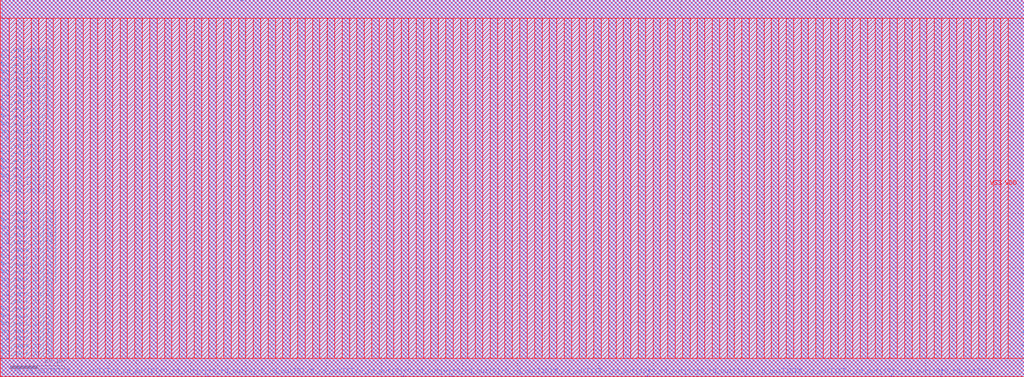
<source format=lef>
VERSION 5.7 ;
BUSBITCHARS "[]" ;
MACRO fakeram_20x64_1r1w
  FOREIGN fakeram_20x64_1r1w 0 0 ;
  SYMMETRY X Y R90 ;
  SIZE 376.280 BY 138.720 ;
  CLASS BLOCK ;
  PIN w0_mask_in[0]
    DIRECTION INPUT ;
    USE SIGNAL ;
    SHAPE ABUTMENT ;
    PORT
      LAYER met3 ;
      RECT 0.000 6.650 0.800 6.950 ;
    END
  END w0_mask_in[0]
  PIN w0_mask_in[1]
    DIRECTION INPUT ;
    USE SIGNAL ;
    SHAPE ABUTMENT ;
    PORT
      LAYER met3 ;
      RECT 0.000 9.370 0.800 9.670 ;
    END
  END w0_mask_in[1]
  PIN w0_mask_in[2]
    DIRECTION INPUT ;
    USE SIGNAL ;
    SHAPE ABUTMENT ;
    PORT
      LAYER met3 ;
      RECT 0.000 12.090 0.800 12.390 ;
    END
  END w0_mask_in[2]
  PIN w0_mask_in[3]
    DIRECTION INPUT ;
    USE SIGNAL ;
    SHAPE ABUTMENT ;
    PORT
      LAYER met3 ;
      RECT 0.000 14.810 0.800 15.110 ;
    END
  END w0_mask_in[3]
  PIN w0_mask_in[4]
    DIRECTION INPUT ;
    USE SIGNAL ;
    SHAPE ABUTMENT ;
    PORT
      LAYER met3 ;
      RECT 0.000 17.530 0.800 17.830 ;
    END
  END w0_mask_in[4]
  PIN w0_mask_in[5]
    DIRECTION INPUT ;
    USE SIGNAL ;
    SHAPE ABUTMENT ;
    PORT
      LAYER met3 ;
      RECT 0.000 20.250 0.800 20.550 ;
    END
  END w0_mask_in[5]
  PIN w0_mask_in[6]
    DIRECTION INPUT ;
    USE SIGNAL ;
    SHAPE ABUTMENT ;
    PORT
      LAYER met3 ;
      RECT 0.000 22.970 0.800 23.270 ;
    END
  END w0_mask_in[6]
  PIN w0_mask_in[7]
    DIRECTION INPUT ;
    USE SIGNAL ;
    SHAPE ABUTMENT ;
    PORT
      LAYER met3 ;
      RECT 0.000 25.690 0.800 25.990 ;
    END
  END w0_mask_in[7]
  PIN w0_mask_in[8]
    DIRECTION INPUT ;
    USE SIGNAL ;
    SHAPE ABUTMENT ;
    PORT
      LAYER met3 ;
      RECT 0.000 28.410 0.800 28.710 ;
    END
  END w0_mask_in[8]
  PIN w0_mask_in[9]
    DIRECTION INPUT ;
    USE SIGNAL ;
    SHAPE ABUTMENT ;
    PORT
      LAYER met3 ;
      RECT 0.000 31.130 0.800 31.430 ;
    END
  END w0_mask_in[9]
  PIN w0_mask_in[10]
    DIRECTION INPUT ;
    USE SIGNAL ;
    SHAPE ABUTMENT ;
    PORT
      LAYER met3 ;
      RECT 0.000 33.850 0.800 34.150 ;
    END
  END w0_mask_in[10]
  PIN w0_mask_in[11]
    DIRECTION INPUT ;
    USE SIGNAL ;
    SHAPE ABUTMENT ;
    PORT
      LAYER met3 ;
      RECT 0.000 36.570 0.800 36.870 ;
    END
  END w0_mask_in[11]
  PIN w0_mask_in[12]
    DIRECTION INPUT ;
    USE SIGNAL ;
    SHAPE ABUTMENT ;
    PORT
      LAYER met3 ;
      RECT 0.000 39.290 0.800 39.590 ;
    END
  END w0_mask_in[12]
  PIN w0_mask_in[13]
    DIRECTION INPUT ;
    USE SIGNAL ;
    SHAPE ABUTMENT ;
    PORT
      LAYER met3 ;
      RECT 0.000 42.010 0.800 42.310 ;
    END
  END w0_mask_in[13]
  PIN w0_mask_in[14]
    DIRECTION INPUT ;
    USE SIGNAL ;
    SHAPE ABUTMENT ;
    PORT
      LAYER met3 ;
      RECT 0.000 44.730 0.800 45.030 ;
    END
  END w0_mask_in[14]
  PIN w0_mask_in[15]
    DIRECTION INPUT ;
    USE SIGNAL ;
    SHAPE ABUTMENT ;
    PORT
      LAYER met3 ;
      RECT 0.000 47.450 0.800 47.750 ;
    END
  END w0_mask_in[15]
  PIN w0_mask_in[16]
    DIRECTION INPUT ;
    USE SIGNAL ;
    SHAPE ABUTMENT ;
    PORT
      LAYER met3 ;
      RECT 0.000 50.170 0.800 50.470 ;
    END
  END w0_mask_in[16]
  PIN w0_mask_in[17]
    DIRECTION INPUT ;
    USE SIGNAL ;
    SHAPE ABUTMENT ;
    PORT
      LAYER met3 ;
      RECT 0.000 52.890 0.800 53.190 ;
    END
  END w0_mask_in[17]
  PIN w0_mask_in[18]
    DIRECTION INPUT ;
    USE SIGNAL ;
    SHAPE ABUTMENT ;
    PORT
      LAYER met3 ;
      RECT 0.000 55.610 0.800 55.910 ;
    END
  END w0_mask_in[18]
  PIN w0_mask_in[19]
    DIRECTION INPUT ;
    USE SIGNAL ;
    SHAPE ABUTMENT ;
    PORT
      LAYER met3 ;
      RECT 0.000 58.330 0.800 58.630 ;
    END
  END w0_mask_in[19]
  PIN w0_wd_in[0]
    DIRECTION INPUT ;
    USE SIGNAL ;
    SHAPE ABUTMENT ;
    PORT
      LAYER met3 ;
      RECT 0.000 66.490 0.800 66.790 ;
    END
  END w0_wd_in[0]
  PIN w0_wd_in[1]
    DIRECTION INPUT ;
    USE SIGNAL ;
    SHAPE ABUTMENT ;
    PORT
      LAYER met3 ;
      RECT 0.000 69.210 0.800 69.510 ;
    END
  END w0_wd_in[1]
  PIN w0_wd_in[2]
    DIRECTION INPUT ;
    USE SIGNAL ;
    SHAPE ABUTMENT ;
    PORT
      LAYER met3 ;
      RECT 0.000 71.930 0.800 72.230 ;
    END
  END w0_wd_in[2]
  PIN w0_wd_in[3]
    DIRECTION INPUT ;
    USE SIGNAL ;
    SHAPE ABUTMENT ;
    PORT
      LAYER met3 ;
      RECT 0.000 74.650 0.800 74.950 ;
    END
  END w0_wd_in[3]
  PIN w0_wd_in[4]
    DIRECTION INPUT ;
    USE SIGNAL ;
    SHAPE ABUTMENT ;
    PORT
      LAYER met3 ;
      RECT 0.000 77.370 0.800 77.670 ;
    END
  END w0_wd_in[4]
  PIN w0_wd_in[5]
    DIRECTION INPUT ;
    USE SIGNAL ;
    SHAPE ABUTMENT ;
    PORT
      LAYER met3 ;
      RECT 0.000 80.090 0.800 80.390 ;
    END
  END w0_wd_in[5]
  PIN w0_wd_in[6]
    DIRECTION INPUT ;
    USE SIGNAL ;
    SHAPE ABUTMENT ;
    PORT
      LAYER met3 ;
      RECT 0.000 82.810 0.800 83.110 ;
    END
  END w0_wd_in[6]
  PIN w0_wd_in[7]
    DIRECTION INPUT ;
    USE SIGNAL ;
    SHAPE ABUTMENT ;
    PORT
      LAYER met3 ;
      RECT 0.000 85.530 0.800 85.830 ;
    END
  END w0_wd_in[7]
  PIN w0_wd_in[8]
    DIRECTION INPUT ;
    USE SIGNAL ;
    SHAPE ABUTMENT ;
    PORT
      LAYER met3 ;
      RECT 0.000 88.250 0.800 88.550 ;
    END
  END w0_wd_in[8]
  PIN w0_wd_in[9]
    DIRECTION INPUT ;
    USE SIGNAL ;
    SHAPE ABUTMENT ;
    PORT
      LAYER met3 ;
      RECT 0.000 90.970 0.800 91.270 ;
    END
  END w0_wd_in[9]
  PIN w0_wd_in[10]
    DIRECTION INPUT ;
    USE SIGNAL ;
    SHAPE ABUTMENT ;
    PORT
      LAYER met3 ;
      RECT 0.000 93.690 0.800 93.990 ;
    END
  END w0_wd_in[10]
  PIN w0_wd_in[11]
    DIRECTION INPUT ;
    USE SIGNAL ;
    SHAPE ABUTMENT ;
    PORT
      LAYER met3 ;
      RECT 0.000 96.410 0.800 96.710 ;
    END
  END w0_wd_in[11]
  PIN w0_wd_in[12]
    DIRECTION INPUT ;
    USE SIGNAL ;
    SHAPE ABUTMENT ;
    PORT
      LAYER met3 ;
      RECT 0.000 99.130 0.800 99.430 ;
    END
  END w0_wd_in[12]
  PIN w0_wd_in[13]
    DIRECTION INPUT ;
    USE SIGNAL ;
    SHAPE ABUTMENT ;
    PORT
      LAYER met3 ;
      RECT 0.000 101.850 0.800 102.150 ;
    END
  END w0_wd_in[13]
  PIN w0_wd_in[14]
    DIRECTION INPUT ;
    USE SIGNAL ;
    SHAPE ABUTMENT ;
    PORT
      LAYER met3 ;
      RECT 0.000 104.570 0.800 104.870 ;
    END
  END w0_wd_in[14]
  PIN w0_wd_in[15]
    DIRECTION INPUT ;
    USE SIGNAL ;
    SHAPE ABUTMENT ;
    PORT
      LAYER met3 ;
      RECT 0.000 107.290 0.800 107.590 ;
    END
  END w0_wd_in[15]
  PIN w0_wd_in[16]
    DIRECTION INPUT ;
    USE SIGNAL ;
    SHAPE ABUTMENT ;
    PORT
      LAYER met3 ;
      RECT 0.000 110.010 0.800 110.310 ;
    END
  END w0_wd_in[16]
  PIN w0_wd_in[17]
    DIRECTION INPUT ;
    USE SIGNAL ;
    SHAPE ABUTMENT ;
    PORT
      LAYER met3 ;
      RECT 0.000 112.730 0.800 113.030 ;
    END
  END w0_wd_in[17]
  PIN w0_wd_in[18]
    DIRECTION INPUT ;
    USE SIGNAL ;
    SHAPE ABUTMENT ;
    PORT
      LAYER met3 ;
      RECT 0.000 115.450 0.800 115.750 ;
    END
  END w0_wd_in[18]
  PIN w0_wd_in[19]
    DIRECTION INPUT ;
    USE SIGNAL ;
    SHAPE ABUTMENT ;
    PORT
      LAYER met3 ;
      RECT 0.000 118.170 0.800 118.470 ;
    END
  END w0_wd_in[19]
  PIN r0_rd_out[0]
    DIRECTION OUTPUT ;
    USE SIGNAL ;
    SHAPE ABUTMENT ;
    PORT
      LAYER met2 ;
      RECT 4.530 0.000 4.670 0.350 ;
    END
  END r0_rd_out[0]
  PIN r0_rd_out[1]
    DIRECTION OUTPUT ;
    USE SIGNAL ;
    SHAPE ABUTMENT ;
    PORT
      LAYER met2 ;
      RECT 22.470 0.000 22.610 0.350 ;
    END
  END r0_rd_out[1]
  PIN r0_rd_out[2]
    DIRECTION OUTPUT ;
    USE SIGNAL ;
    SHAPE ABUTMENT ;
    PORT
      LAYER met2 ;
      RECT 40.410 0.000 40.550 0.350 ;
    END
  END r0_rd_out[2]
  PIN r0_rd_out[3]
    DIRECTION OUTPUT ;
    USE SIGNAL ;
    SHAPE ABUTMENT ;
    PORT
      LAYER met2 ;
      RECT 58.350 0.000 58.490 0.350 ;
    END
  END r0_rd_out[3]
  PIN r0_rd_out[4]
    DIRECTION OUTPUT ;
    USE SIGNAL ;
    SHAPE ABUTMENT ;
    PORT
      LAYER met2 ;
      RECT 76.290 0.000 76.430 0.350 ;
    END
  END r0_rd_out[4]
  PIN r0_rd_out[5]
    DIRECTION OUTPUT ;
    USE SIGNAL ;
    SHAPE ABUTMENT ;
    PORT
      LAYER met2 ;
      RECT 94.230 0.000 94.370 0.350 ;
    END
  END r0_rd_out[5]
  PIN r0_rd_out[6]
    DIRECTION OUTPUT ;
    USE SIGNAL ;
    SHAPE ABUTMENT ;
    PORT
      LAYER met2 ;
      RECT 112.170 0.000 112.310 0.350 ;
    END
  END r0_rd_out[6]
  PIN r0_rd_out[7]
    DIRECTION OUTPUT ;
    USE SIGNAL ;
    SHAPE ABUTMENT ;
    PORT
      LAYER met2 ;
      RECT 130.110 0.000 130.250 0.350 ;
    END
  END r0_rd_out[7]
  PIN r0_rd_out[8]
    DIRECTION OUTPUT ;
    USE SIGNAL ;
    SHAPE ABUTMENT ;
    PORT
      LAYER met2 ;
      RECT 148.050 0.000 148.190 0.350 ;
    END
  END r0_rd_out[8]
  PIN r0_rd_out[9]
    DIRECTION OUTPUT ;
    USE SIGNAL ;
    SHAPE ABUTMENT ;
    PORT
      LAYER met2 ;
      RECT 165.990 0.000 166.130 0.350 ;
    END
  END r0_rd_out[9]
  PIN r0_rd_out[10]
    DIRECTION OUTPUT ;
    USE SIGNAL ;
    SHAPE ABUTMENT ;
    PORT
      LAYER met2 ;
      RECT 183.930 0.000 184.070 0.350 ;
    END
  END r0_rd_out[10]
  PIN r0_rd_out[11]
    DIRECTION OUTPUT ;
    USE SIGNAL ;
    SHAPE ABUTMENT ;
    PORT
      LAYER met2 ;
      RECT 201.870 0.000 202.010 0.350 ;
    END
  END r0_rd_out[11]
  PIN r0_rd_out[12]
    DIRECTION OUTPUT ;
    USE SIGNAL ;
    SHAPE ABUTMENT ;
    PORT
      LAYER met2 ;
      RECT 219.810 0.000 219.950 0.350 ;
    END
  END r0_rd_out[12]
  PIN r0_rd_out[13]
    DIRECTION OUTPUT ;
    USE SIGNAL ;
    SHAPE ABUTMENT ;
    PORT
      LAYER met2 ;
      RECT 237.750 0.000 237.890 0.350 ;
    END
  END r0_rd_out[13]
  PIN r0_rd_out[14]
    DIRECTION OUTPUT ;
    USE SIGNAL ;
    SHAPE ABUTMENT ;
    PORT
      LAYER met2 ;
      RECT 255.690 0.000 255.830 0.350 ;
    END
  END r0_rd_out[14]
  PIN r0_rd_out[15]
    DIRECTION OUTPUT ;
    USE SIGNAL ;
    SHAPE ABUTMENT ;
    PORT
      LAYER met2 ;
      RECT 273.630 0.000 273.770 0.350 ;
    END
  END r0_rd_out[15]
  PIN r0_rd_out[16]
    DIRECTION OUTPUT ;
    USE SIGNAL ;
    SHAPE ABUTMENT ;
    PORT
      LAYER met2 ;
      RECT 291.570 0.000 291.710 0.350 ;
    END
  END r0_rd_out[16]
  PIN r0_rd_out[17]
    DIRECTION OUTPUT ;
    USE SIGNAL ;
    SHAPE ABUTMENT ;
    PORT
      LAYER met2 ;
      RECT 309.510 0.000 309.650 0.350 ;
    END
  END r0_rd_out[17]
  PIN r0_rd_out[18]
    DIRECTION OUTPUT ;
    USE SIGNAL ;
    SHAPE ABUTMENT ;
    PORT
      LAYER met2 ;
      RECT 327.450 0.000 327.590 0.350 ;
    END
  END r0_rd_out[18]
  PIN r0_rd_out[19]
    DIRECTION OUTPUT ;
    USE SIGNAL ;
    SHAPE ABUTMENT ;
    PORT
      LAYER met2 ;
      RECT 345.390 0.000 345.530 0.350 ;
    END
  END r0_rd_out[19]
  PIN w0_addr_in[0]
    DIRECTION INPUT ;
    USE SIGNAL ;
    SHAPE ABUTMENT ;
    PORT
      LAYER met3 ;
      RECT 375.480 6.650 376.280 6.950 ;
    END
  END w0_addr_in[0]
  PIN w0_addr_in[1]
    DIRECTION INPUT ;
    USE SIGNAL ;
    SHAPE ABUTMENT ;
    PORT
      LAYER met3 ;
      RECT 375.480 11.410 376.280 11.710 ;
    END
  END w0_addr_in[1]
  PIN w0_addr_in[2]
    DIRECTION INPUT ;
    USE SIGNAL ;
    SHAPE ABUTMENT ;
    PORT
      LAYER met3 ;
      RECT 375.480 16.170 376.280 16.470 ;
    END
  END w0_addr_in[2]
  PIN w0_addr_in[3]
    DIRECTION INPUT ;
    USE SIGNAL ;
    SHAPE ABUTMENT ;
    PORT
      LAYER met3 ;
      RECT 375.480 20.930 376.280 21.230 ;
    END
  END w0_addr_in[3]
  PIN w0_addr_in[4]
    DIRECTION INPUT ;
    USE SIGNAL ;
    SHAPE ABUTMENT ;
    PORT
      LAYER met3 ;
      RECT 375.480 25.690 376.280 25.990 ;
    END
  END w0_addr_in[4]
  PIN w0_addr_in[5]
    DIRECTION INPUT ;
    USE SIGNAL ;
    SHAPE ABUTMENT ;
    PORT
      LAYER met3 ;
      RECT 375.480 30.450 376.280 30.750 ;
    END
  END w0_addr_in[5]
  PIN r0_addr_in[0]
    DIRECTION INPUT ;
    USE SIGNAL ;
    SHAPE ABUTMENT ;
    PORT
      LAYER met2 ;
      RECT 4.530 138.370 4.670 138.720 ;
    END
  END r0_addr_in[0]
  PIN r0_addr_in[1]
    DIRECTION INPUT ;
    USE SIGNAL ;
    SHAPE ABUTMENT ;
    PORT
      LAYER met2 ;
      RECT 21.090 138.370 21.230 138.720 ;
    END
  END r0_addr_in[1]
  PIN r0_addr_in[2]
    DIRECTION INPUT ;
    USE SIGNAL ;
    SHAPE ABUTMENT ;
    PORT
      LAYER met2 ;
      RECT 37.650 138.370 37.790 138.720 ;
    END
  END r0_addr_in[2]
  PIN r0_addr_in[3]
    DIRECTION INPUT ;
    USE SIGNAL ;
    SHAPE ABUTMENT ;
    PORT
      LAYER met2 ;
      RECT 54.210 138.370 54.350 138.720 ;
    END
  END r0_addr_in[3]
  PIN r0_addr_in[4]
    DIRECTION INPUT ;
    USE SIGNAL ;
    SHAPE ABUTMENT ;
    PORT
      LAYER met2 ;
      RECT 70.770 138.370 70.910 138.720 ;
    END
  END r0_addr_in[4]
  PIN r0_addr_in[5]
    DIRECTION INPUT ;
    USE SIGNAL ;
    SHAPE ABUTMENT ;
    PORT
      LAYER met2 ;
      RECT 87.330 138.370 87.470 138.720 ;
    END
  END r0_addr_in[5]
  PIN w0_we_in
    DIRECTION INPUT ;
    USE SIGNAL ;
    SHAPE ABUTMENT ;
    PORT
      LAYER met3 ;
      RECT 375.480 37.930 376.280 38.230 ;
    END
  END w0_we_in
  PIN w0_ce_in
    DIRECTION INPUT ;
    USE SIGNAL ;
    SHAPE ABUTMENT ;
    PORT
      LAYER met3 ;
      RECT 375.480 45.410 376.280 45.710 ;
    END
  END w0_ce_in
  PIN w0_clk
    DIRECTION INPUT ;
    USE SIGNAL ;
    SHAPE ABUTMENT ;
    PORT
      LAYER met3 ;
      RECT 375.480 52.890 376.280 53.190 ;
    END
  END w0_clk
  PIN r0_ce_in
    DIRECTION INPUT ;
    USE SIGNAL ;
    SHAPE ABUTMENT ;
    PORT
      LAYER met2 ;
      RECT 88.250 138.370 88.390 138.720 ;
    END
  END r0_ce_in
  PIN r0_clk
    DIRECTION INPUT ;
    USE SIGNAL ;
    SHAPE ABUTMENT ;
    PORT
      LAYER met2 ;
      RECT 89.170 138.370 89.310 138.720 ;
    END
  END r0_clk
  PIN VSS
    DIRECTION INOUT ;
    USE GROUND ;
    PORT
      LAYER met4 ;
      RECT 3.240 6.800 5.960 131.920 ;
      RECT 14.120 6.800 16.840 131.920 ;
      RECT 25.000 6.800 27.720 131.920 ;
      RECT 35.880 6.800 38.600 131.920 ;
      RECT 46.760 6.800 49.480 131.920 ;
      RECT 57.640 6.800 60.360 131.920 ;
      RECT 68.520 6.800 71.240 131.920 ;
      RECT 79.400 6.800 82.120 131.920 ;
      RECT 90.280 6.800 93.000 131.920 ;
      RECT 101.160 6.800 103.880 131.920 ;
      RECT 112.040 6.800 114.760 131.920 ;
      RECT 122.920 6.800 125.640 131.920 ;
      RECT 133.800 6.800 136.520 131.920 ;
      RECT 144.680 6.800 147.400 131.920 ;
      RECT 155.560 6.800 158.280 131.920 ;
      RECT 166.440 6.800 169.160 131.920 ;
      RECT 177.320 6.800 180.040 131.920 ;
      RECT 188.200 6.800 190.920 131.920 ;
      RECT 199.080 6.800 201.800 131.920 ;
      RECT 209.960 6.800 212.680 131.920 ;
      RECT 220.840 6.800 223.560 131.920 ;
      RECT 231.720 6.800 234.440 131.920 ;
      RECT 242.600 6.800 245.320 131.920 ;
      RECT 253.480 6.800 256.200 131.920 ;
      RECT 264.360 6.800 267.080 131.920 ;
      RECT 275.240 6.800 277.960 131.920 ;
      RECT 286.120 6.800 288.840 131.920 ;
      RECT 297.000 6.800 299.720 131.920 ;
      RECT 307.880 6.800 310.600 131.920 ;
      RECT 318.760 6.800 321.480 131.920 ;
      RECT 329.640 6.800 332.360 131.920 ;
      RECT 340.520 6.800 343.240 131.920 ;
      RECT 351.400 6.800 354.120 131.920 ;
      RECT 362.280 6.800 365.000 131.920 ;
    END
  END VSS
  PIN VDD
    DIRECTION INOUT ;
    USE POWER ;
    PORT
      LAYER met4 ;
      RECT 8.680 6.800 11.400 131.920 ;
      RECT 19.560 6.800 22.280 131.920 ;
      RECT 30.440 6.800 33.160 131.920 ;
      RECT 41.320 6.800 44.040 131.920 ;
      RECT 52.200 6.800 54.920 131.920 ;
      RECT 63.080 6.800 65.800 131.920 ;
      RECT 73.960 6.800 76.680 131.920 ;
      RECT 84.840 6.800 87.560 131.920 ;
      RECT 95.720 6.800 98.440 131.920 ;
      RECT 106.600 6.800 109.320 131.920 ;
      RECT 117.480 6.800 120.200 131.920 ;
      RECT 128.360 6.800 131.080 131.920 ;
      RECT 139.240 6.800 141.960 131.920 ;
      RECT 150.120 6.800 152.840 131.920 ;
      RECT 161.000 6.800 163.720 131.920 ;
      RECT 171.880 6.800 174.600 131.920 ;
      RECT 182.760 6.800 185.480 131.920 ;
      RECT 193.640 6.800 196.360 131.920 ;
      RECT 204.520 6.800 207.240 131.920 ;
      RECT 215.400 6.800 218.120 131.920 ;
      RECT 226.280 6.800 229.000 131.920 ;
      RECT 237.160 6.800 239.880 131.920 ;
      RECT 248.040 6.800 250.760 131.920 ;
      RECT 258.920 6.800 261.640 131.920 ;
      RECT 269.800 6.800 272.520 131.920 ;
      RECT 280.680 6.800 283.400 131.920 ;
      RECT 291.560 6.800 294.280 131.920 ;
      RECT 302.440 6.800 305.160 131.920 ;
      RECT 313.320 6.800 316.040 131.920 ;
      RECT 324.200 6.800 326.920 131.920 ;
      RECT 335.080 6.800 337.800 131.920 ;
      RECT 345.960 6.800 348.680 131.920 ;
      RECT 356.840 6.800 359.560 131.920 ;
      RECT 367.720 6.800 370.440 131.920 ;
    END
  END VDD
  OBS
    LAYER met1 ;
    RECT 0 0 376.280 138.720 ;
    LAYER met2 ;
    RECT 0 0 376.280 138.720 ;
    LAYER met3 ;
    RECT 0.800 0 376.280 138.720 ;
    LAYER met4 ;
    RECT 0 0 376.280 6.800 ;
    RECT 0 131.920 376.280 138.720 ;
    RECT 0.000 6.800 3.240 131.920 ;
    RECT 5.960 6.800 8.680 131.920 ;
    RECT 11.400 6.800 14.120 131.920 ;
    RECT 16.840 6.800 19.560 131.920 ;
    RECT 22.280 6.800 25.000 131.920 ;
    RECT 27.720 6.800 30.440 131.920 ;
    RECT 33.160 6.800 35.880 131.920 ;
    RECT 38.600 6.800 41.320 131.920 ;
    RECT 44.040 6.800 46.760 131.920 ;
    RECT 49.480 6.800 52.200 131.920 ;
    RECT 54.920 6.800 57.640 131.920 ;
    RECT 60.360 6.800 63.080 131.920 ;
    RECT 65.800 6.800 68.520 131.920 ;
    RECT 71.240 6.800 73.960 131.920 ;
    RECT 76.680 6.800 79.400 131.920 ;
    RECT 82.120 6.800 84.840 131.920 ;
    RECT 87.560 6.800 90.280 131.920 ;
    RECT 93.000 6.800 95.720 131.920 ;
    RECT 98.440 6.800 101.160 131.920 ;
    RECT 103.880 6.800 106.600 131.920 ;
    RECT 109.320 6.800 112.040 131.920 ;
    RECT 114.760 6.800 117.480 131.920 ;
    RECT 120.200 6.800 122.920 131.920 ;
    RECT 125.640 6.800 128.360 131.920 ;
    RECT 131.080 6.800 133.800 131.920 ;
    RECT 136.520 6.800 139.240 131.920 ;
    RECT 141.960 6.800 144.680 131.920 ;
    RECT 147.400 6.800 150.120 131.920 ;
    RECT 152.840 6.800 155.560 131.920 ;
    RECT 158.280 6.800 161.000 131.920 ;
    RECT 163.720 6.800 166.440 131.920 ;
    RECT 169.160 6.800 171.880 131.920 ;
    RECT 174.600 6.800 177.320 131.920 ;
    RECT 180.040 6.800 182.760 131.920 ;
    RECT 185.480 6.800 188.200 131.920 ;
    RECT 190.920 6.800 193.640 131.920 ;
    RECT 196.360 6.800 199.080 131.920 ;
    RECT 201.800 6.800 204.520 131.920 ;
    RECT 207.240 6.800 209.960 131.920 ;
    RECT 212.680 6.800 215.400 131.920 ;
    RECT 218.120 6.800 220.840 131.920 ;
    RECT 223.560 6.800 226.280 131.920 ;
    RECT 229.000 6.800 231.720 131.920 ;
    RECT 234.440 6.800 237.160 131.920 ;
    RECT 239.880 6.800 242.600 131.920 ;
    RECT 245.320 6.800 248.040 131.920 ;
    RECT 250.760 6.800 253.480 131.920 ;
    RECT 256.200 6.800 258.920 131.920 ;
    RECT 261.640 6.800 264.360 131.920 ;
    RECT 267.080 6.800 269.800 131.920 ;
    RECT 272.520 6.800 275.240 131.920 ;
    RECT 277.960 6.800 280.680 131.920 ;
    RECT 283.400 6.800 286.120 131.920 ;
    RECT 288.840 6.800 291.560 131.920 ;
    RECT 294.280 6.800 297.000 131.920 ;
    RECT 299.720 6.800 302.440 131.920 ;
    RECT 305.160 6.800 307.880 131.920 ;
    RECT 310.600 6.800 313.320 131.920 ;
    RECT 316.040 6.800 318.760 131.920 ;
    RECT 321.480 6.800 324.200 131.920 ;
    RECT 326.920 6.800 329.640 131.920 ;
    RECT 332.360 6.800 335.080 131.920 ;
    RECT 337.800 6.800 340.520 131.920 ;
    RECT 343.240 6.800 345.960 131.920 ;
    RECT 348.680 6.800 351.400 131.920 ;
    RECT 354.120 6.800 356.840 131.920 ;
    RECT 359.560 6.800 362.280 131.920 ;
    RECT 365.000 6.800 367.720 131.920 ;
    RECT 370.440 6.800 376.280 131.920 ;
    LAYER OVERLAP ;
    RECT 0 0 376.280 138.720 ;
  END
END fakeram_20x64_1r1w

END LIBRARY

</source>
